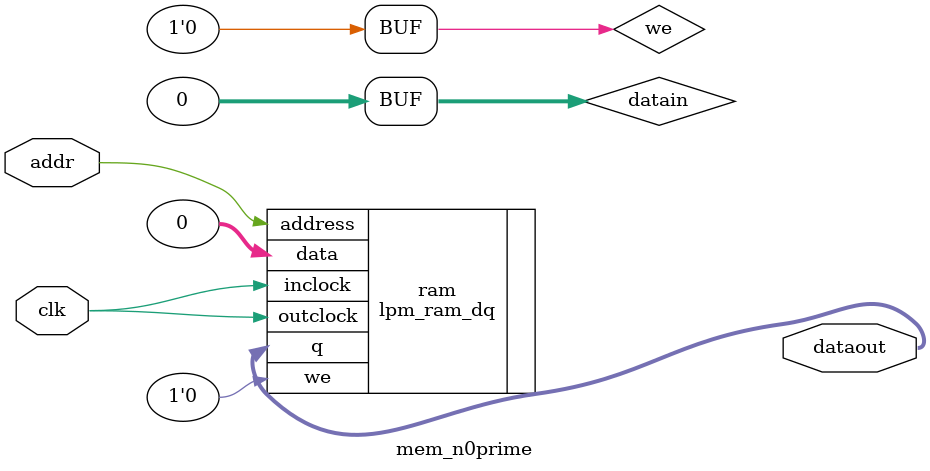
<source format=v>

module mem_n0prime 
	#(parameter WIDTH = 32, ADDR_WIDTH = 1)
	(addr, clk, dataout);

// port instantiation
input   [ADDR_WIDTH - 1 : 0] addr;
input   clk;

output  [WIDTH - 1 : 0] dataout;

// initialize some zero values. 
wire [WIDTH - 1 : 0] datain;
assign datain = 0;
	
wire we;		// 	write not enable
assign we = 0;

// instantiating lpm_ram_dq
lpm_ram_dq ram (.data(datain), .address(addr), .we(we), .inclock(clk), 
                .outclock(clk), .q(dataout));

// passing the parameter values

defparam ram.lpm_width = WIDTH;
defparam ram.lpm_widthad = ADDR_WIDTH;
defparam ram.lpm_indata = "REGISTERED";
defparam ram.lpm_outdata = "REGISTERED";
defparam ram.lpm_file = "mem_n0prime.mif";

endmodule
</source>
